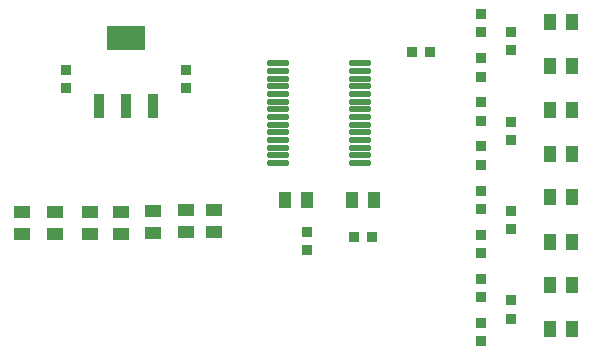
<source format=gtp>
%FSTAX23Y23*%
%MOIN*%
%SFA1B1*%

%IPPOS*%
%ADD13R,0.055910X0.039370*%
%ADD14R,0.038190X0.036220*%
%ADD15R,0.039370X0.055910*%
%ADD16R,0.036220X0.038190*%
%ADD17O,0.076770X0.019680*%
%ADD18R,0.035430X0.082680*%
%ADD19R,0.125980X0.082680*%
%LNpcb1-1*%
%LPD*%
%SRX1Y1I0J0*%
G54D13*
X01915Y01741D03*
Y01668D03*
X0213Y01746D03*
Y01673D03*
X02225D03*
Y01746D03*
X0202Y0167D03*
Y01743D03*
X0181Y01668D03*
Y01741D03*
X01695Y01668D03*
Y01741D03*
X01585Y01668D03*
Y01741D03*
G54D14*
X03215Y02279D03*
Y0234D03*
Y01981D03*
Y02042D03*
Y01683D03*
Y01744D03*
Y01385D03*
Y01446D03*
X03115Y01751D03*
Y01812D03*
Y01665D03*
Y01604D03*
Y01457D03*
Y01518D03*
Y01371D03*
Y0131D03*
X02535Y01614D03*
Y01675D03*
X03115Y02339D03*
Y024D03*
Y02253D03*
Y02192D03*
Y02045D03*
Y02106D03*
Y01959D03*
Y01898D03*
X0213Y02215D03*
Y02154D03*
X0173Y02215D03*
Y02154D03*
G54D15*
X03418Y0135D03*
X03345D03*
X03418Y01496D03*
X03345D03*
X02533Y01779D03*
X02459D03*
X02757Y0178D03*
X02683D03*
X03418Y01642D03*
X03345D03*
X03418Y01789D03*
X03345D03*
X03418Y01935D03*
X03345D03*
X03418Y02082D03*
X03345D03*
X03418Y02228D03*
X03345D03*
X03418Y02375D03*
X03345D03*
G54D16*
X0275Y01658D03*
X02689D03*
X02945Y02275D03*
X02884D03*
G54D17*
X02438Y02185D03*
Y0216D03*
Y02134D03*
Y02108D03*
Y02083D03*
Y02057D03*
Y02031D03*
Y02006D03*
X02711Y02185D03*
Y0216D03*
Y02134D03*
Y02108D03*
Y02083D03*
Y02057D03*
Y02032D03*
Y02006D03*
Y01981D03*
Y01955D03*
Y01929D03*
Y01904D03*
Y02236D03*
Y02211D03*
X02438Y02236D03*
Y02211D03*
Y0198D03*
Y01955D03*
Y01929D03*
Y01904D03*
G54D18*
X01839Y02095D03*
X0193D03*
X0202D03*
G54D19*
X0193Y02319D03*
M02*
</source>
